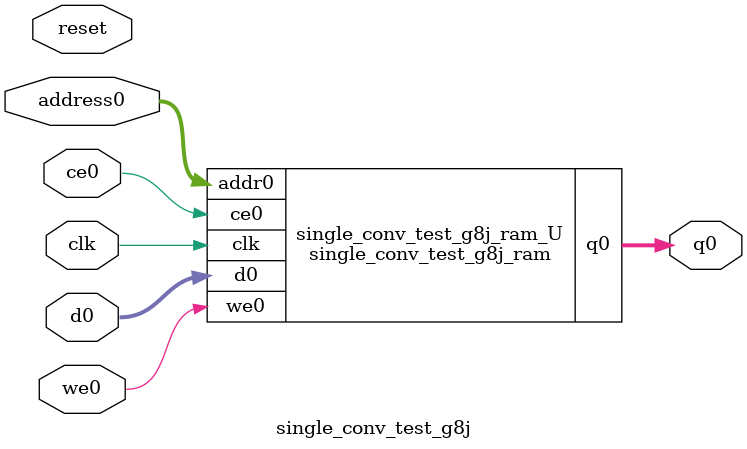
<source format=v>
`timescale 1 ns / 1 ps
module single_conv_test_g8j_ram (addr0, ce0, d0, we0, q0,  clk);

parameter DWIDTH = 32;
parameter AWIDTH = 3;
parameter MEM_SIZE = 6;

input[AWIDTH-1:0] addr0;
input ce0;
input[DWIDTH-1:0] d0;
input we0;
output reg[DWIDTH-1:0] q0;
input clk;

(* ram_style = "distributed" *)reg [DWIDTH-1:0] ram[0:MEM_SIZE-1];




always @(posedge clk)  
begin 
    if (ce0) 
    begin
        if (we0) 
        begin 
            ram[addr0] <= d0; 
        end 
        q0 <= ram[addr0];
    end
end


endmodule

`timescale 1 ns / 1 ps
module single_conv_test_g8j(
    reset,
    clk,
    address0,
    ce0,
    we0,
    d0,
    q0);

parameter DataWidth = 32'd32;
parameter AddressRange = 32'd6;
parameter AddressWidth = 32'd3;
input reset;
input clk;
input[AddressWidth - 1:0] address0;
input ce0;
input we0;
input[DataWidth - 1:0] d0;
output[DataWidth - 1:0] q0;



single_conv_test_g8j_ram single_conv_test_g8j_ram_U(
    .clk( clk ),
    .addr0( address0 ),
    .ce0( ce0 ),
    .we0( we0 ),
    .d0( d0 ),
    .q0( q0 ));

endmodule


</source>
